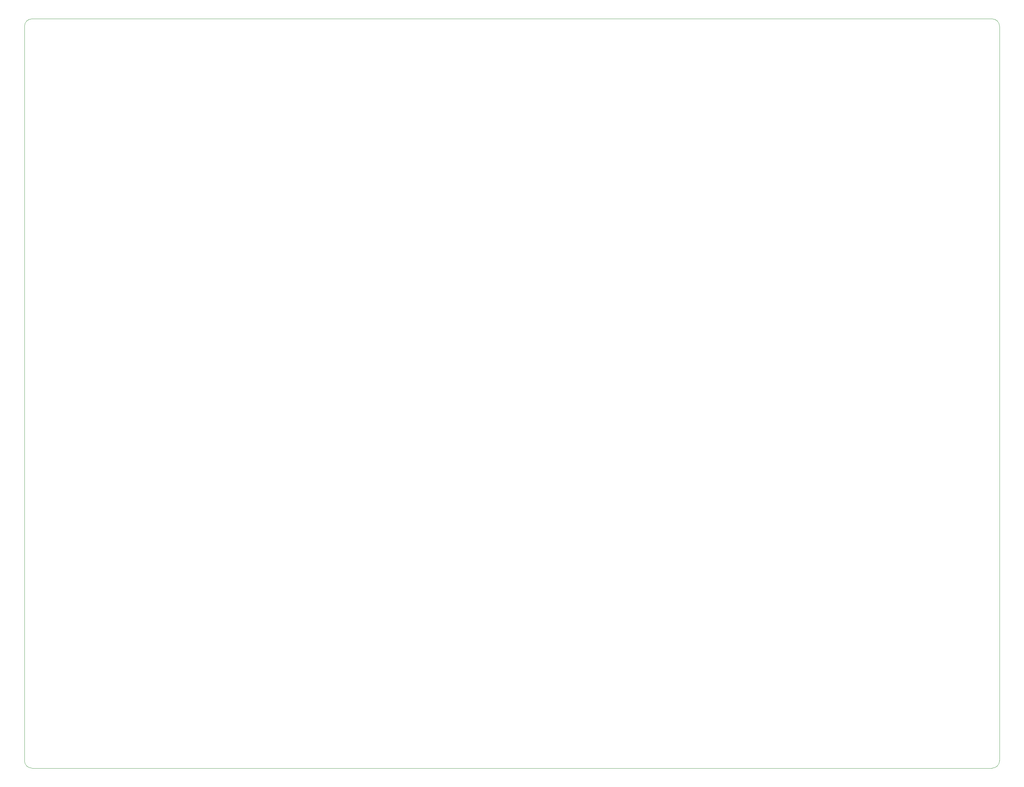
<source format=gbr>
%TF.GenerationSoftware,KiCad,Pcbnew,(5.1.10)-1*%
%TF.CreationDate,2021-10-27T21:30:29+02:00*%
%TF.ProjectId,ALU,414c552e-6b69-4636-9164-5f7063625858,rev1.0*%
%TF.SameCoordinates,Original*%
%TF.FileFunction,Profile,NP*%
%FSLAX46Y46*%
G04 Gerber Fmt 4.6, Leading zero omitted, Abs format (unit mm)*
G04 Created by KiCad (PCBNEW (5.1.10)-1) date 2021-10-27 21:30:29*
%MOMM*%
%LPD*%
G01*
G04 APERTURE LIST*
%TA.AperFunction,Profile*%
%ADD10C,0.050000*%
%TD*%
G04 APERTURE END LIST*
D10*
X340000000Y-228000000D02*
X340000000Y-32000000D01*
X82000000Y-230000000D02*
X338000000Y-230000000D01*
X80000000Y-32000000D02*
X80000000Y-228000000D01*
X338000000Y-30000000D02*
X82000000Y-30000000D01*
X338000000Y-30000000D02*
G75*
G02*
X340000000Y-32000000I0J-2000000D01*
G01*
X80000000Y-32000000D02*
G75*
G02*
X82000000Y-30000000I2000000J0D01*
G01*
X82000000Y-230000000D02*
G75*
G02*
X80000000Y-228000000I0J2000000D01*
G01*
X340000000Y-228000000D02*
G75*
G02*
X338000000Y-230000000I-2000000J0D01*
G01*
M02*

</source>
